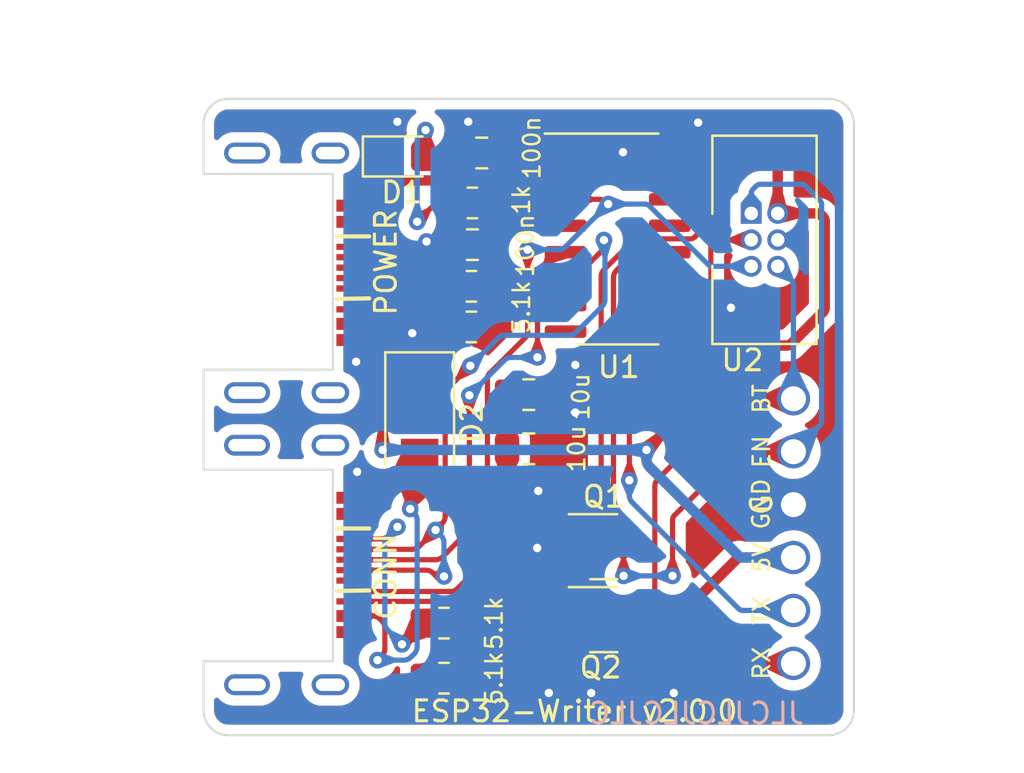
<source format=kicad_pcb>
(kicad_pcb (version 20220609) (generator pcbnew)
  (layers (0 "F.Cu" signal) (31 "B.Cu" signal) (34 "B.Paste" user) (35 "F.Paste" user) (36 "B.SilkS" user "B.Silkscreen") (37 "F.SilkS" user "F.Silkscreen") (38 "B.Mask" user) (39 "F.Mask" user) (44 "Edge.Cuts" user))
  (net 0 "")
  (net 1 "+5V")
  (net 2 "GND")
  (net 3 "+3V3")
  (net 4 "Net-(D1-Pad2)")
  (net 5 "Net-(D2-Pad2)")
  (net 8 "Net-(J1-Pad5)")
  (net 9 "Net-(J1-Pad6)")
  (net 10 "RXD")
  (net 11 "TXD")
  (net 12 "RESET")
  (net 13 "BOOT")
  (net 14 "DM")
  (net 15 "DP")
  (net 16 "Net-(J3-Pad5)")
  (net 17 "Net-(J3-Pad6)")
  (net 18 "RTS")
  (net 19 "DTR")
  (footprint "$74th:Capacitor_0805_2012" (layer "F.Cu") (at 82.6 76)
    (fp_text reference "C1" hide)
    (fp_text value "10u" (at 2.5032 0.1016 90) (layer "F.SilkS") (effects (font (size 0.8 0.8) (thickness 0.12))))
    (pad "1" smd roundrect (at -1.0375 0) (size 1.175 1.45) (layers "F.Cu" "F.Paste" "F.Mask") (roundrect_rratio 0.2127659574) (net 1 "+5V"))
    (pad "2" smd roundrect (at 1.0375 0) (size 1.175 1.45) (layers "F.Cu" "F.Paste" "F.Mask") (roundrect_rratio 0.2127659574) (net 2 "GND"))
  )
  (footprint "$74th:USB-C-12-Pin-MidMount-ali-v4" (layer "F.Cu") (at 74.1976 70.1548 -90)
    (fp_text reference "J1" hide)
    (fp_text value "USB2.0_C")
    (pad "" thru_hole oval (at -5.75 1.11 90) (size 1 1.8) (drill oval 0.6 1.4) (layers *.Cu *.Mask))
    (pad "" thru_hole oval (at -5.75 5.11 90) (size 1 2.2) (drill oval 0.6 1.8) (layers *.Cu *.Mask))
    (pad "" thru_hole oval (at 5.75 1.11 90) (size 1 1.8) (drill oval 0.6 1.4) (layers *.Cu *.Mask))
    (pad "" thru_hole oval (at 5.75 5.11 90) (size 1 2.2) (drill oval 0.6 1.8) (layers *.Cu *.Mask))
    (pad "1" smd rect (at -2.45 0 90) (size 0.575 1.65) (layers "F.Cu" "F.Paste" "F.Mask") (net 1 "+5V"))
    (pad "1" smd rect (at 2.45 0 90) (size 0.575 1.65) (layers "F.Cu" "F.Paste" "F.Mask") (net 1 "+5V"))
    (pad "2" smd rect (at -0.75 0 90) (size 0.3 1.65) (layers "F.Cu" "F.Paste" "F.Mask"))
    (pad "2" smd rect (at 0.25 0 90) (size 0.3 1.65) (layers "F.Cu" "F.Paste" "F.Mask"))
    (pad "3" smd rect (at -0.25 0 90) (size 0.3 1.65) (layers "F.Cu" "F.Paste" "F.Mask"))
    (pad "3" smd rect (at 0.75 0 90) (size 0.3 1.65) (layers "F.Cu" "F.Paste" "F.Mask"))
    (pad "4" smd rect (at -3.225 0 90) (size 0.575 1.65) (layers "F.Cu" "F.Paste" "F.Mask") (net 2 "GND"))
    (pad "4" smd rect (at 3.225 0 90) (size 0.575 1.65) (layers "F.Cu" "F.Paste" "F.Mask") (net 2 "GND"))
    (pad "5" smd rect (at -1.25 0 90) (size 0.3 1.65) (layers "F.Cu" "F.Paste" "F.Mask") (net 8 "Net-(J1-Pad5)"))
    (pad "6" smd rect (at 1.75 0 90) (size 0.3 1.65) (layers "F.Cu" "F.Paste" "F.Mask") (net 9 "Net-(J1-Pad6)"))
  )
  (footprint "$74th:Register_0805_2012" (layer "F.Cu") (at 78.6368 86.8696)
    (fp_text reference "R4" hide)
    (fp_text value "5.1k" (at 2.3 0.1 90) (layer "F.SilkS") (effects (font (size 0.8 0.8) (thickness 0.12))))
    (pad "1" smd roundrect (at -1.1 0.1) (size 1.2 1.4) (layers "F.Cu" "F.Paste" "F.Mask") (roundrect_rratio 0.2083333333) (net 16 "Net-(J3-Pad5)"))
    (pad "2" smd roundrect (at 0.9 0.1) (size 1.2 1.4) (layers "F.Cu" "F.Paste" "F.Mask") (roundrect_rratio 0.2083333333) (net 2 "GND"))
  )
  (footprint "$74th:Capacitor_0805_2012" (layer "F.Cu") (at 82.6 78.6)
    (fp_text reference "C4" hide)
    (fp_text value "10u" (at 2.3 0 90) (layer "F.SilkS") (effects (font (size 0.8 0.8) (thickness 0.12))))
    (pad "1" smd roundrect (at -1.0375 0) (size 1.175 1.45) (layers "F.Cu" "F.Paste" "F.Mask") (roundrect_rratio 0.2127659574) (net 1 "+5V"))
    (pad "2" smd roundrect (at 1.0375 0) (size 1.175 1.45) (layers "F.Cu" "F.Paste" "F.Mask") (roundrect_rratio 0.2127659574) (net 2 "GND"))
  )
  (footprint "$74th:Register_0805_2012" (layer "F.Cu") (at 79.95 70.7)
    (fp_text reference "R1" hide)
    (fp_text value "5.1k" hide)
    (pad "1" smd roundrect (at -1.1 0.1) (size 1.2 1.4) (layers "F.Cu" "F.Paste" "F.Mask") (roundrect_rratio 0.2083333333) (net 8 "Net-(J1-Pad5)"))
    (pad "2" smd roundrect (at 0.9 0.1) (size 1.2 1.4) (layers "F.Cu" "F.Paste" "F.Mask") (roundrect_rratio 0.2083333333) (net 2 "GND"))
  )
  (footprint "Package_TO_SOT_SMD:SOT-23" (layer "F.Cu") (at 86.2 86.8)
    (fp_text reference "Q2" (at -0.15 2.3) (layer "F.SilkS"))
    (fp_text value "2N7002")
    (pad "1" smd roundrect (at -0.9375 -0.95) (size 1.475 0.6) (layers "F.Cu" "F.Paste" "F.Mask") (net 18 "RTS"))
    (pad "2" smd roundrect (at -0.9375 0.95) (size 1.475 0.6) (layers "F.Cu" "F.Paste" "F.Mask") (net 19 "DTR"))
    (pad "3" smd roundrect (at 0.9375 0) (size 1.475 0.6) (layers "F.Cu" "F.Paste" "F.Mask") (net 13 "BOOT"))
  )
  (footprint "$74th:Capacitor_0805_2012" (layer "F.Cu") (at 79.9 68.8 180)
    (fp_text reference "C2" hide)
    (fp_text value "100n" (at -2.54 -0.0508 90) (layer "F.SilkS") (effects (font (size 0.8 0.8) (thickness 0.12))))
    (pad "1" smd roundrect (at -1.0375 0 180) (size 1.175 1.45) (layers "F.Cu" "F.Paste" "F.Mask") (roundrect_rratio 0.2127659574) (net 3 "+3V3"))
    (pad "2" smd roundrect (at 1.0375 0 180) (size 1.175 1.45) (layers "F.Cu" "F.Paste" "F.Mask") (roundrect_rratio 0.2127659574) (net 2 "GND"))
  )
  (footprint "$74th:LED_0805_2012Metric_Pad1.15x1.40mm_HandSolder" (layer "F.Cu") (at 76.5048 64.5668)
    (fp_text reference "D1" (at 0 1.7272) (layer "F.SilkS"))
    (fp_text value "LED")
    (pad "1" smd roundrect (at -1.025 0) (size 1.15 1.4) (layers "F.Cu" "F.Paste" "F.Mask") (roundrect_rratio 0.2173913043) (net 2 "GND"))
    (pad "2" smd roundrect (at 1.025 0) (size 1.15 1.4) (layers "F.Cu" "F.Paste" "F.Mask") (roundrect_rratio 0.2173913043) (net 4 "Net-(D1-Pad2)"))
  )
  (footprint "$74th:USB-C-12-Pin-MidMount-ali-v4" (layer "F.Cu") (at 74.1976 84.1756 -90)
    (fp_text reference "J3" hide)
    (fp_text value "USB2.0_C")
    (pad "" thru_hole oval (at -5.75 1.11 90) (size 1 1.8) (drill oval 0.6 1.4) (layers *.Cu *.Mask))
    (pad "" thru_hole oval (at -5.75 5.11 90) (size 1 2.2) (drill oval 0.6 1.8) (layers *.Cu *.Mask))
    (pad "" thru_hole oval (at 5.75 1.11 90) (size 1 1.8) (drill oval 0.6 1.4) (layers *.Cu *.Mask))
    (pad "" thru_hole oval (at 5.75 5.11 90) (size 1 2.2) (drill oval 0.6 1.8) (layers *.Cu *.Mask))
    (pad "1" smd rect (at -2.45 0 90) (size 0.575 1.65) (layers "F.Cu" "F.Paste" "F.Mask") (net 5 "Net-(D2-Pad2)"))
    (pad "1" smd rect (at 2.45 0 90) (size 0.575 1.65) (layers "F.Cu" "F.Paste" "F.Mask") (net 5 "Net-(D2-Pad2)"))
    (pad "2" smd rect (at -0.75 0 90) (size 0.3 1.65) (layers "F.Cu" "F.Paste" "F.Mask") (net 14 "DM"))
    (pad "2" smd rect (at 0.25 0 90) (size 0.3 1.65) (layers "F.Cu" "F.Paste" "F.Mask") (net 14 "DM"))
    (pad "3" smd rect (at -0.25 0 90) (size 0.3 1.65) (layers "F.Cu" "F.Paste" "F.Mask") (net 15 "DP"))
    (pad "3" smd rect (at 0.75 0 90) (size 0.3 1.65) (layers "F.Cu" "F.Paste" "F.Mask") (net 15 "DP"))
    (pad "4" smd rect (at -3.225 0 90) (size 0.575 1.65) (layers "F.Cu" "F.Paste" "F.Mask") (net 2 "GND"))
    (pad "4" smd rect (at 3.225 0 90) (size 0.575 1.65) (layers "F.Cu" "F.Paste" "F.Mask") (net 2 "GND"))
    (pad "5" smd rect (at -1.25 0 90) (size 0.3 1.65) (layers "F.Cu" "F.Paste" "F.Mask") (net 16 "Net-(J3-Pad5)"))
    (pad "6" smd rect (at 1.75 0 90) (size 0.3 1.65) (layers "F.Cu" "F.Paste" "F.Mask") (net 17 "Net-(J3-Pad6)"))
  )
  (footprint "$74th:D_SMA" (layer "F.Cu") (at 77.3684 77.3684 -90)
    (fp_text reference "D2" (at 0 -2.5 90) (layer "F.SilkS"))
    (fp_text value "D_Schottky")
    (pad "1" smd rect (at -2 0 270) (size 2.5 1.8) (layers "F.Cu" "F.Paste" "F.Mask") (net 1 "+5V"))
    (pad "2" smd rect (at 2 0 270) (size 2.5 1.8) (layers "F.Cu" "F.Paste" "F.Mask") (net 5 "Net-(D2-Pad2)"))
  )
  (footprint "$74th:BoxPinHeader_2x03_P1.27mm_Vertical" (layer "F.Cu") (at 93.91 68.57)
    (fp_text reference "U2" (at -1.06 5.78) (layer "F.SilkS"))
    (fp_text value "ESP-Prog-ProgramCOM-SEND")
    (pad "1" thru_hole rect (at -0.635 -1.27) (size 1 1) (drill 0.65) (layers *.Cu *.Mask) (net 12 "RESET"))
    (pad "2" thru_hole oval (at 0.635 -1.27) (size 1 1) (drill 0.65) (layers *.Cu *.Mask) (net 1 "+5V"))
    (pad "3" thru_hole oval (at -0.635 0) (size 1 1) (drill 0.65) (layers *.Cu *.Mask) (net 11 "TXD"))
    (pad "4" thru_hole oval (at 0.635 0) (size 1 1) (drill 0.65) (layers *.Cu *.Mask) (net 2 "GND"))
    (pad "5" thru_hole oval (at -0.635 1.27) (size 1 1) (drill 0.65) (layers *.Cu *.Mask) (net 10 "RXD"))
    (pad "6" thru_hole oval (at 0.635 1.27) (size 1 1) (drill 0.65) (layers *.Cu *.Mask) (net 13 "BOOT"))
  )
  (footprint "$74th:Register_0805_2012" (layer "F.Cu") (at 79.95 72.65)
    (fp_text reference "R2" hide)
    (fp_text value "5.1k" (at 2.3 -0.85 90) (layer "F.SilkS") (effects (font (size 0.8 0.8) (thickness 0.12))))
    (pad "1" smd roundrect (at -1.1 0.1) (size 1.2 1.4) (layers "F.Cu" "F.Paste" "F.Mask") (roundrect_rratio 0.2083333333) (net 9 "Net-(J1-Pad6)"))
    (pad "2" smd roundrect (at 0.9 0.1) (size 1.2 1.4) (layers "F.Cu" "F.Paste" "F.Mask") (roundrect_rratio 0.2083333333) (net 2 "GND"))
  )
  (footprint "Package_SO:SOP-16_3.9x9.9mm_P1.27mm" (layer "F.Cu") (at 86.868 68.5292)
    (fp_text reference "U1" (at 0.0508 6.1468) (layer "F.SilkS"))
    (fp_text value "CH340C")
    (pad "1" smd roundrect (at -2.5 -4.445) (size 2 0.6) (layers "F.Cu" "F.Paste" "F.Mask") (net 2 "GND"))
    (pad "2" smd roundrect (at -2.5 -3.175) (size 2 0.6) (layers "F.Cu" "F.Paste" "F.Mask") (net 11 "TXD"))
    (pad "3" smd roundrect (at -2.5 -1.905) (size 2 0.6) (layers "F.Cu" "F.Paste" "F.Mask") (net 10 "RXD"))
    (pad "4" smd roundrect (at -2.5 -0.635) (size 2 0.6) (layers "F.Cu" "F.Paste" "F.Mask") (net 3 "+3V3"))
    (pad "5" smd roundrect (at -2.5 0.635) (size 2 0.6) (layers "F.Cu" "F.Paste" "F.Mask") (net 15 "DP"))
    (pad "6" smd roundrect (at -2.5 1.905) (size 2 0.6) (layers "F.Cu" "F.Paste" "F.Mask") (net 14 "DM"))
    (pad "7" smd roundrect (at -2.5 3.175) (size 2 0.6) (layers "F.Cu" "F.Paste" "F.Mask"))
    (pad "8" smd roundrect (at -2.5 4.445) (size 2 0.6) (layers "F.Cu" "F.Paste" "F.Mask"))
    (pad "9" smd roundrect (at 2.5 4.445) (size 2 0.6) (layers "F.Cu" "F.Paste" "F.Mask"))
    (pad "10" smd roundrect (at 2.5 3.175) (size 2 0.6) (layers "F.Cu" "F.Paste" "F.Mask"))
    (pad "11" smd roundrect (at 2.5 1.905) (size 2 0.6) (layers "F.Cu" "F.Paste" "F.Mask"))
    (pad "12" smd roundrect (at 2.5 0.635) (size 2 0.6) (layers "F.Cu" "F.Paste" "F.Mask"))
    (pad "13" smd roundrect (at 2.5 -0.635) (size 2 0.6) (layers "F.Cu" "F.Paste" "F.Mask") (net 19 "DTR"))
    (pad "14" smd roundrect (at 2.5 -1.905) (size 2 0.6) (layers "F.Cu" "F.Paste" "F.Mask") (net 18 "RTS"))
    (pad "15" smd roundrect (at 2.5 -3.175) (size 2 0.6) (layers "F.Cu" "F.Paste" "F.Mask"))
    (pad "16" smd roundrect (at 2.5 -4.445) (size 2 0.6) (layers "F.Cu" "F.Paste" "F.Mask") (net 1 "+5V"))
  )
  (footprint "$74th:Register_0805_2012" (layer "F.Cu") (at 78.6368 89.5112)
    (fp_text reference "R5" hide)
    (fp_text value "5.1k" (at 2.3 0.1 90) (layer "F.SilkS") (effects (font (size 0.8 0.8) (thickness 0.12))))
    (pad "1" smd roundrect (at -1.1 0.1) (size 1.2 1.4) (layers "F.Cu" "F.Paste" "F.Mask") (roundrect_rratio 0.2083333333) (net 17 "Net-(J3-Pad6)"))
    (pad "2" smd roundrect (at 0.9 0.1) (size 1.2 1.4) (layers "F.Cu" "F.Paste" "F.Mask") (roundrect_rratio 0.2083333333) (net 2 "GND"))
  )
  (footprint "esp32-dev-board:UART" (layer "F.Cu") (at 94.03 90.17 90)
    (fp_text reference "J2")
    (fp_text value "UART-OUTPUT")
    (fp_text user "5V" (at 6.35 -0.254 90 unlocked) (layer "F.SilkS") (effects (font (size 0.8 0.8) (thickness 0.12))))
    (fp_text user "RX" (at 1.27 -0.254 90 unlocked) (layer "F.SilkS") (effects (font (size 0.8 0.8) (thickness 0.12))))
    (fp_text user "GND" (at 8.92 -0.28 90 unlocked) (layer "F.SilkS") (effects (font (size 0.8 0.8) (thickness 0.12))))
    (fp_text user "BT" (at 13.97 -0.254 90 unlocked) (layer "F.SilkS") (effects (font (size 0.8 0.8) (thickness 0.12))))
    (fp_text user "TX" (at 3.81 -0.254 90 unlocked) (layer "F.SilkS") (effects (font (size 0.8 0.8) (thickness 0.12))))
    (fp_text user "EN" (at 11.43 -0.254 90 unlocked) (layer "F.SilkS") (effects (font (size 0.8 0.8) (thickness 0.12))))
    (fp_text user "G" (at 8.89 -0.254 90 unlocked) (layer "F.SilkS"))
    (pad "1" thru_hole circle (at 1.27 1.27 180) (size 1.6 1.6) (drill 1.2) (layers *.Cu *.Mask) (net 10 "RXD"))
    (pad "2" thru_hole circle (at 3.81 1.27 180) (size 1.6 1.6) (drill 1.2) (layers *.Cu *.Mask) (net 11 "TXD"))
    (pad "3" thru_hole circle (at 6.35 1.27 180) (size 1.6 1.6) (drill 1.2) (layers *.Cu *.Mask) (net 1 "+5V"))
    (pad "4" thru_hole rect (at 8.89 1.27 180) (size 1.6 1.6) (drill 1.2) (layers *.Cu *.Mask) (net 2 "GND"))
    (pad "5" thru_hole circle (at 11.43 1.27 180) (size 1.6 1.6) (drill 1.2) (layers *.Cu *.Mask) (net 12 "RESET"))
    (pad "6" thru_hole circle (at 13.97 1.27 180) (size 1.6 1.6) (drill 1.2) (layers *.Cu *.Mask) (net 13 "BOOT"))
  )
  (footprint "Package_TO_SOT_SMD:SOT-23" (layer "F.Cu") (at 86.2 83.3)
    (fp_text reference "Q1" (at 0 -2.4) (layer "F.SilkS"))
    (fp_text value "2N7002")
    (pad "1" smd roundrect (at -0.9375 -0.95) (size 1.475 0.6) (layers "F.Cu" "F.Paste" "F.Mask") (net 19 "DTR"))
    (pad "2" smd roundrect (at -0.9375 0.95) (size 1.475 0.6) (layers "F.Cu" "F.Paste" "F.Mask") (net 18 "RTS"))
    (pad "3" smd roundrect (at 0.9375 0) (size 1.475 0.6) (layers "F.Cu" "F.Paste" "F.Mask") (net 12 "RESET"))
  )
  (footprint "$74th:Register_0805_2012" (layer "F.Cu") (at 79.8 66.9 180)
    (fp_text reference "R3" hide)
    (fp_text value "1k" (at -2.45 0.25 270) (layer "F.SilkS") (effects (font (size 0.8 0.8) (thickness 0.12))))
    (pad "1" smd roundrect (at -1.1 0.1 180) (size 1.2 1.4) (layers "F.Cu" "F.Paste" "F.Mask") (roundrect_rratio 0.2083333333) (net 1 "+5V"))
    (pad "2" smd roundrect (at 0.9 0.1 180) (size 1.2 1.4) (layers "F.Cu" "F.Paste" "F.Mask") (roundrect_rratio 0.2083333333) (net 4 "Net-(D1-Pad2)"))
  )
  (footprint "$74th:Capacitor_0805_2012" (layer "F.Cu") (at 80.35 64.4 180)
    (fp_text reference "C3" hide)
    (fp_text value "100n" (at -2.4 0.25 90) (layer "F.SilkS") (effects (font (size 0.8 0.8) (thickness 0.12))))
    (pad "1" smd roundrect (at -1.0375 0 180) (size 1.175 1.45) (layers "F.Cu" "F.Paste" "F.Mask") (roundrect_rratio 0.2127659574) (net 1 "+5V"))
    (pad "2" smd roundrect (at 1.0375 0 180) (size 1.175 1.45) (layers "F.Cu" "F.Paste" "F.Mask") (roundrect_rratio 0.2127659574) (net 2 "GND"))
  )
  (gr_line (start 67 63) (end 67 65.4) (stroke (width 0.1)) (layer "Edge.Cuts"))
  (gr_line (start 67 79.6) (end 73.2 79.6) (stroke (width 0.1)) (layer "Edge.Cuts"))
  (gr_line (start 67 74.8) (end 67 79.6) (stroke (width 0.1)) (layer "Edge.Cuts"))
  (gr_arc (start 67 63) (mid 67.351472 62.151472) (end 68.2 61.8) (stroke (width 0.1)) (layer "Edge.Cuts"))
  (gr_line (start 67 88.8) (end 67 91.151472) (stroke (width 0.1)) (layer "Edge.Cuts"))
  (gr_line (start 73.2 88.8) (end 67 88.8) (stroke (width 0.1)) (layer "Edge.Cuts"))
  (gr_line (start 73.2 65.4) (end 73.2 74.8) (stroke (width 0.1)) (layer "Edge.Cuts"))
  (gr_line (start 68.2 61.8) (end 97 61.8) (stroke (width 0.1)) (layer "Edge.Cuts"))
  (gr_arc (start 97 61.8) (mid 97.848528 62.151472) (end 98.2 63) (stroke (width 0.1)) (layer "Edge.Cuts"))
  (gr_line (start 98.2 63) (end 98.2 91.15) (stroke (width 0.1)) (layer "Edge.Cuts"))
  (gr_line (start 73.2 74.8) (end 67 74.8) (stroke (width 0.1)) (layer "Edge.Cuts"))
  (gr_arc (start 68.2 92.35) (mid 67.351553 91.999488) (end 67 91.151472) (stroke (width 0.1)) (layer "Edge.Cuts"))
  (gr_line (start 67 65.4) (end 73.2 65.4) (stroke (width 0.1)) (layer "Edge.Cuts"))
  (gr_line (start 68.2 92.35) (end 97 92.35) (stroke (width 0.1)) (layer "Edge.Cuts"))
  (gr_arc (start 98.2 91.15) (mid 97.848528 91.998528) (end 97 92.35) (stroke (width 0.1)) (layer "Edge.Cuts"))
  (gr_line (start 73.2 79.6) (end 73.2 88.8) (stroke (width 0.1)) (layer "Edge.Cuts"))
  (gr_text "JLCJLCJLCJLC\n" (at 90.65 91.3) (layer "B.SilkS") (effects (font (size 1 1)) (justify mirror)))
  (gr_text "ESP32-Writer v2.0.0" (at 84.8 91.2) (layer "F.SilkS") (effects (font (size 1 1))))
  (gr_text "CONN" (at 75.7428 84.7344 90) (layer "F.SilkS") (effects (font (size 1 1))))
  (gr_text "POWER" (at 75.7428 69.6468 90) (layer "F.SilkS") (effects (font (size 1 1))))
  (segment (start 84.284553 88.382253) (end 81.708946 85.806646) (width 0.5) (layer "F.Cu") (net 1))
  (segment (start 75.751247 72.751247) (end 75.853554 72.853554) (width 0.5) (layer "F.Cu") (net 1))
  (segment (start 87.734193 88.5287) (end 84.638107 88.5287) (width 0.5) (layer "F.Cu") (net 1))
  (segment (start 93.385917 73.643147) (end 94.982589 73.643147) (width 0.5) (layer "F.Cu") (net 1))
  (segment (start 75.2952 72.6048) (end 75.397693 72.6048) (width 0.5) (layer "F.Cu") (net 1))
  (segment (start 75.5916 76.002007) (end 75.5916 78.6546) (width 0.5) (layer "F.Cu") (net 1))
  (segment (start 76.1 66.950688) (end 76.1 66.324264) (width 0.5) (layer "F.Cu") (net 1))
  (segment (start 81.5625 76) (end 81.5625 78.6) (width 0.5) (layer "F.Cu") (net 1))
  (segment (start 83.241207 63.3047) (end 88.381393 63.3047) (width 0.5) (layer "F.Cu") (net 1))
  (segment (start 88.734947 63.451147) (end 89.368 64.0842) (width 0.5) (layer "F.Cu") (net 1))
  (segment (start 95.194721 73.555279) (end 96.712132 72.037868) (width 0.5) (layer "F.Cu") (net 1))
  (segment (start 79.762868 65.662868) (end 80.9 66.8) (width 0.5) (layer "F.Cu") (net 1))
  (segment (start 74.1976 72.6048) (end 75.2952 72.6048) (width 0.5) (layer "F.Cu") (net 1))
  (segment (start 96.712132 67.462132) (end 96.637868 67.387868) (width 0.5) (layer "F.Cu") (net 1))
  (segment (start 88.2502 78.6546) (end 93.173785 73.731015) (width 0.5) (layer "F.Cu") (net 1))
  (segment (start 92.75 83.82) (end 95.3 83.82) (width 0.5) (layer "F.Cu") (net 1))
  (segment (start 78.335051 65.575) (end 79.550736 65.575) (width 0.5) (layer "F.Cu") (net 1))
  (segment (start 75.2952 72.6048) (end 75.4729 72.6048) (width 0.5) (layer "F.Cu") (net 1))
  (segment (start 81.5625 85.453093) (end 81.5625 78.6) (width 0.5) (layer "F.Cu") (net 1))
  (segment (start 76.495332 65.804668) (end 76.187868 66.112132) (width 0.5) (layer "F.Cu") (net 1))
  (segment (start 76.146447 74.146447) (end 77.3684 75.3684) (width 0.5) (layer "F.Cu") (net 1))
  (segment (start 77.3684 75.3684) (end 76.225207 75.3684) (width 0.5) (layer "F.Cu") (net 1))
  (segment (start 94.545 67.3) (end 94.545 65.269264) (width 0.5) (layer "F.Cu") (net 1))
  (segment (start 81.712132 64.924632) (end 81.3875 64.6) (width 0.5) (layer "F.Cu") (net 1))
  (segment (start 75.871653 75.514847) (end 75.738046 75.648454) (width 0.5) (layer "F.Cu") (net 1))
  (segment (start 96.8 71.825736) (end 96.8 67.674264) (width 0.5) (layer "F.Cu") (net 1))
  (segment (start 81.8 65.775736) (end 81.8 65.136764) (width 0.5) (layer "F.Cu") (net 1))
  (segment (start 89.368 64.0842) (end 93.359936 64.0842) (width 0.5) (layer "F.Cu") (net 1))
  (segment (start 94.457132 65.057132) (end 93.572068 64.172068) (width 0.5) (layer "F.Cu") (net 1))
  (segment (start 92.7 83.77) (end 92.75 83.82) (width 0.5) (layer "F.Cu") (net 1))
  (segment (start 80.9 66.8) (end 81.712132 65.987868) (width 0.5) (layer "F.Cu") (net 1))
  (segment (start 74.1976 67.7048) (end 75.265793 67.7048) (width 0.5) (layer "F.Cu") (net 1))
  (segment (start 76 73.207107) (end 76 73.792893) (width 0.5) (layer "F.Cu") (net 1))
  (segment (start 75.571608 67.603344) (end 76.012132 67.16282) (width 0.5) (layer "F.Cu") (net 1))
  (segment (start 96.425736 67.3) (end 94.545 67.3) (width 0.5) (layer "F.Cu") (net 1))
  (segment (start 78.193251 65.7168) (end 76.707464 65.7168) (width 0.5) (layer "F.Cu") (net 1))
  (segment (start 81.7196 64.6192) (end 82.887654 63.451146) (width 0.5) (layer "F.Cu") (net 1))
  (segment (start 92.7 83.77) (end 88.087746 88.382254) (width 0.5) (layer "F.Cu") (net 1))
  (via (at 75.5916 78.6546) (size 0.8) (drill 0.4) (layers "F.Cu" "B.Cu") (net 1))
  (via (at 88.2502 78.6546) (size 0.8) (drill 0.4) (layers "F.Cu" "B.Cu") (net 1))
  (arc (start 79.762868 65.662868) (mid 79.665541 65.597836) (end 79.550736 65.575) (width 0.5) (layer "F.Cu") (net 1))
  (arc (start 75.871653 75.514847) (mid 76.033865 75.40646) (end 76.225207 75.3684) (width 0.5) (layer "F.Cu") (net 1))
  (arc (start 95.194721 73.555279) (mid 95.097394 73.620311) (end 94.982589 73.643147) (width 0.5) (layer "F.Cu") (net 1))
  (arc (start 96.712132 72.037868) (mid 96.777164 71.940541) (end 96.8 71.825736) (width 0.5) (layer "F.Cu") (net 1))
  (arc (start 76.187868 66.112132) (mid 76.122836 66.209459) (end 76.1 66.324264) (width 0.5) (layer "F.Cu") (net 1))
  (arc (start 76.707464 65.7168) (mid 76.592659 65.739636) (end 76.495332 65.804668) (width 0.5) (layer "F.Cu") (net 1))
  (arc (start 75.5916 76.002007) (mid 75.62966 75.810666) (end 75.738046 75.648454) (width 0.5) (layer "F.Cu") (net 1))
  (arc (start 75.265793 67.7048) (mid 75.426514 67.678267) (end 75.571608 67.603344) (width 0.5) (layer "F.Cu") (net 1))
  (arc (start 88.381393 63.3047) (mid 88.572735 63.34276) (end 88.734947 63.451147) (width 0.5) (layer "F.Cu") (net 1))
  (arc (start 83.241207 63.3047) (mid 83.049866 63.34276) (end 82.887654 63.451146) (width 0.5) (layer "F.Cu") (net 1))
  (arc (start 75.397693 72.6048) (mid 75.589035 72.64286) (end 75.751247 72.751247) (width 0.5) (layer "F.Cu") (net 1))
  (arc (start 93.173785 73.731015) (mid 93.271112 73.665983) (end 93.385917 73.643147) (width 0.5) (layer "F.Cu") (net 1))
  (arc (start 96.712132 67.462132) (mid 96.777164 67.559459) (end 96.8 67.674264) (width 0.5) (layer "F.Cu") (net 1))
  (arc (start 94.545 65.269264) (mid 94.522164 65.154459) (end 94.457132 65.057132) (width 0.5) (layer "F.Cu") (net 1))
  (arc (start 76.146447 74.146447) (mid 76.03806 73.984235) (end 76 73.792893) (width 0.5) (layer "F.Cu") (net 1))
  (arc (start 96.425736 67.3) (mid 96.540541 67.322836) (end 96.637868 67.387868) (width 0.5) (layer "F.Cu") (net 1))
  (arc (start 84.284553 88.382253) (mid 84.446765 88.49064) (end 84.638107 88.5287) (width 0.5) (layer "F.Cu") (net 1))
  (arc (start 88.087746 88.382254) (mid 87.925534 88.49064) (end 87.734193 88.5287) (width 0.5) (layer "F.Cu") (net 1))
  (arc (start 76.012132 67.16282) (mid 76.077164 67.065493) (end 76.1 66.950688) (width 0.5) (layer "F.Cu") (net 1))
  (arc (start 81.712132 65.987868) (mid 81.777164 65.890541) (end 81.8 65.775736) (width 0.5) (layer "F.Cu") (net 1))
  (arc (start 76 73.207107) (mid 75.96194 73.015766) (end 75.853554 72.853554) (width 0.5) (layer "F.Cu") (net 1))
  (arc (start 81.5625 85.453093) (mid 81.60056 85.644434) (end 81.708946 85.806646) (width 0.5) (layer "F.Cu") (net 1))
  (arc (start 81.8 65.136764) (mid 81.777164 65.021959) (end 81.712132 64.924632) (width 0.5) (layer "F.Cu") (net 1))
  (arc (start 93.359936 64.0842) (mid 93.474741 64.107036) (end 93.572068 64.172068) (width 0.5) (layer "F.Cu") (net 1))
  (segment (start 88.396646 79.466646) (end 92.662132 83.732132) (width 0.5) (layer "B.Cu") (net 1))
  (segment (start 88.2502 78.6546) (end 75.5916 78.6546) (width 0.5) (layer "B.Cu") (net 1))
  (segment (start 92.874264 83.82) (end 95.3 83.82) (width 0.5) (layer "B.Cu") (net 1))
  (segment (start 88.2502 78.6546) (end 88.2502 79.113093) (width 0.5) (layer "B.Cu") (net 1))
  (arc (start 92.874264 83.82) (mid 92.759459 83.797164) (end 92.662132 83.732132) (width 0.5) (layer "B.Cu") (net 1))
  (arc (start 88.2502 79.113093) (mid 88.28826 79.304434) (end 88.396646 79.466646) (width 0.5) (layer "B.Cu") (net 1))
  (segment (start 79.6672 64.5668) (end 79.7196 64.6192) (width 0.25) (layer "F.Cu") (net 2))
  (via (at 83.058 80.6196) (size 0.8) (drill 0.4) (layers "F.Cu" "B.Cu") (net 2))
  (via (at 77.0128 73.0504) (size 0.8) (drill 0.4) (layers "F.Cu" "B.Cu") (net 2))
  (via (at 77.7 68.65) (size 0.8) (drill 0.4) (layers "F.Cu" "B.Cu") (net 2))
  (via (at 89.5604 90.3224) (size 0.8) (drill 0.4) (layers "F.Cu" "B.Cu") (net 2))
  (via (at 90.7288 62.9412) (size 0.8) (drill 0.4) (layers "F.Cu" "B.Cu") (net 2))
  (via (at 87.122 64.3636) (size 0.8) (drill 0.4) (layers "F.Cu" "B.Cu") (net 2))
  (via (at 84.836 76.8604) (size 0.8) (drill 0.4) (layers "F.Cu" "B.Cu") (net 2))
  (via (at 92.3036 71.8312) (size 0.8) (drill 0.4) (layers "F.Cu" "B.Cu") (net 2))
  (via (at 76.3 62.9) (size 0.8) (drill 0.4) (layers "F.Cu" "B.Cu") (net 2))
  (via (at 74.3204 74.422) (size 0.8) (drill 0.4) (layers "F.Cu" "B.Cu") (net 2))
  (via (at 83.566 90.3224) (size 0.8) (drill 0.4) (layers "F.Cu" "B.Cu") (net 2))
  (via (at 74.3712 79.7052) (size 0.8) (drill 0.4) (layers "F.Cu" "B.Cu") (net 2))
  (via (at 84.836 74.5744) (size 0.8) (drill 0.4) (layers "F.Cu" "B.Cu") (net 2))
  (via (at 83.0072 83.3628) (size 0.8) (drill 0.4) (layers "F.Cu" "B.Cu") (net 2))
  (via (at 85.598 90.3224) (size 0.8) (drill 0.4) (layers "F.Cu" "B.Cu") (net 2))
  (via (at 79.7 62.9) (size 0.8) (drill 0.4) (layers "F.Cu" "B.Cu") (net 2))
  (segment (start 81.025368 68.504439) (end 81.547739 67.982068) (width 0.5) (layer "F.Cu") (net 3))
  (segment (start 81.759871 67.8942) (end 84.368 67.8942) (width 0.5) (layer "F.Cu") (net 3))
  (segment (start 80.9375 68.8) (end 80.9375 68.716571) (width 0.5) (layer "F.Cu") (net 3))
  (arc (start 81.025368 68.504439) (mid 80.960336 68.601766) (end 80.9375 68.716571) (width 0.5) (layer "F.Cu") (net 3))
  (arc (start 81.759871 67.8942) (mid 81.645066 67.917036) (end 81.547739 67.982068) (width 0.5) (layer "F.Cu") (net 3))
  (segment (start 77.562132 64.534468) (end 77.5298 64.5668) (width 0.25) (layer "F.Cu") (net 4))
  (segment (start 77.65 63.3) (end 77.65 64.322336) (width 0.25) (layer "F.Cu") (net 4))
  (segment (start 78.062132 66.887868) (end 77.25 67.7) (width 0.25) (layer "F.Cu") (net 4))
  (segment (start 78.9 66.8) (end 78.274264 66.8) (width 0.25) (layer "F.Cu") (net 4))
  (via (at 77.65 63.3) (size 0.8) (drill 0.4) (layers "F.Cu" "B.Cu") (net 4))
  (via (at 77.25 67.7) (size 0.8) (drill 0.4) (layers "F.Cu" "B.Cu") (net 4))
  (arc (start 77.562132 64.534468) (mid 77.627164 64.437141) (end 77.65 64.322336) (width 0.25) (layer "F.Cu") (net 4))
  (arc (start 78.062132 66.887868) (mid 78.159459 66.822836) (end 78.274264 66.8) (width 0.25) (layer "F.Cu") (net 4))
  (segment (start 77.337868 63.612132) (end 77.65 63.3) (width 0.25) (layer "B.Cu") (net 4))
  (segment (start 77.25 67.7) (end 77.25 63.824264) (width 0.25) (layer "B.Cu") (net 4))
  (arc (start 77.337868 63.612132) (mid 77.272836 63.709459) (end 77.25 63.824264) (width 0.25) (layer "B.Cu") (net 4))
  (segment (start 74.1976 81.7256) (end 75.167293 81.7256) (width 0.25) (layer "F.Cu") (net 5))
  (segment (start 75.520847 81.579153) (end 75.659304 81.440696) (width 0.25) (layer "F.Cu") (net 5))
  (segment (start 75.472047 86.772047) (end 75.553554 86.853554) (width 0.25) (layer "F.Cu") (net 5))
  (segment (start 75.553553 88.539547) (end 75.3479 88.7452) (width 0.25) (layer "F.Cu") (net 5))
  (segment (start 77.3684 79.3684) (end 76.783 79.3684) (width 0.25) (layer "F.Cu") (net 5))
  (segment (start 75.952197 80.199203) (end 76.783 79.3684) (width 0.25) (layer "F.Cu") (net 5))
  (segment (start 75.7 87.207107) (end 75.7 88.185993) (width 0.25) (layer "F.Cu") (net 5))
  (segment (start 76.783 79.3684) (end 76.827932 79.413332) (width 0.25) (layer "F.Cu") (net 5))
  (segment (start 74.1976 86.6256) (end 75.118493 86.6256) (width 0.25) (layer "F.Cu") (net 5))
  (segment (start 76.9158 79.625464) (end 76.9158 81.489) (width 0.25) (layer "F.Cu") (net 5))
  (segment (start 75.80575 81.087143) (end 75.80575 80.552757) (width 0.25) (layer "F.Cu") (net 5))
  (via (at 76.9158 81.489) (size 0.8) (drill 0.4) (layers "F.Cu" "B.Cu") (net 5))
  (via (at 75.3479 88.7452) (size 0.8) (drill 0.4) (layers "F.Cu" "B.Cu") (net 5))
  (arc (start 75.553553 88.539547) (mid 75.66194 88.377335) (end 75.7 88.185993) (width 0.25) (layer "F.Cu") (net 5))
  (arc (start 76.9158 79.625464) (mid 76.892964 79.510659) (end 76.827932 79.413332) (width 0.25) (layer "F.Cu") (net 5))
  (arc (start 75.472047 86.772047) (mid 75.309835 86.66366) (end 75.118493 86.6256) (width 0.25) (layer "F.Cu") (net 5))
  (arc (start 75.553554 86.853554) (mid 75.66194 87.015766) (end 75.7 87.207107) (width 0.25) (layer "F.Cu") (net 5))
  (arc (start 75.520847 81.579153) (mid 75.358635 81.68754) (end 75.167293 81.7256) (width 0.25) (layer "F.Cu") (net 5))
  (arc (start 75.80575 81.087143) (mid 75.76769 81.278484) (end 75.659304 81.440696) (width 0.25) (layer "F.Cu") (net 5))
  (arc (start 75.952197 80.199203) (mid 75.84381 80.361415) (end 75.80575 80.552757) (width 0.25) (layer "F.Cu") (net 5))
  (segment (start 76.9158 81.489) (end 77.099754 81.672954) (width 0.25) (layer "B.Cu") (net 5))
  (segment (start 77.2462 82.026507) (end 77.2462 88.097893) (width 0.25) (layer "B.Cu") (net 5))
  (segment (start 76.598893 88.7452) (end 75.3479 88.7452) (width 0.25) (layer "B.Cu") (net 5))
  (segment (start 77.099753 88.451447) (end 76.952446 88.598754) (width 0.25) (layer "B.Cu") (net 5))
  (arc (start 77.099753 88.451447) (mid 77.20814 88.289235) (end 77.2462 88.097893) (width 0.25) (layer "B.Cu") (net 5))
  (arc (start 76.952446 88.598754) (mid 76.790234 88.70714) (end 76.598893 88.7452) (width 0.25) (layer "B.Cu") (net 5))
  (arc (start 77.2462 82.026507) (mid 77.20814 81.835166) (end 77.099754 81.672954) (width 0.25) (layer "B.Cu") (net 5))
  (segment (start 78.85 70.8) (end 78.424264 70.8) (width 0.25) (layer "F.Cu") (net 8))
  (segment (start 74.1976 68.9048) (end 76.280536 68.9048) (width 0.25) (layer "F.Cu") (net 8))
  (segment (start 78.212132 70.712132) (end 76.492668 68.992668) (width 0.25) (layer "F.Cu") (net 8))
  (arc (start 78.424264 70.8) (mid 78.309459 70.777164) (end 78.212132 70.712132) (width 0.25) (layer "F.Cu") (net 8))
  (arc (start 76.280536 68.9048) (mid 76.395341 68.927636) (end 76.492668 68.992668) (width 0.25) (layer "F.Cu") (net 8))
  (segment (start 74.1976 71.9048) (end 77.630536 71.9048) (width 0.25) (layer "F.Cu") (net 9))
  (segment (start 78.85 72.75) (end 78.724264 72.75) (width 0.25) (layer "F.Cu") (net 9))
  (segment (start 78.512132 72.662132) (end 77.842668 71.992668) (width 0.25) (layer "F.Cu") (net 9))
  (arc (start 77.842668 71.992668) (mid 77.745341 71.927636) (end 77.630536 71.9048) (width 0.25) (layer "F.Cu") (net 9))
  (arc (start 78.512132 72.662132) (mid 78.609459 72.727164) (end 78.724264 72.75) (width 0.25) (layer "F.Cu") (net 9))
  (segment (start 90.582468 89.017532) (end 90.612132 88.987868) (width 0.25) (layer "F.Cu") (net 10))
  (segment (start 80.6189 75.205364) (end 80.6189 85.403093) (width 0.25) (layer "F.Cu") (net 10))
  (segment (start 86.328647 66.770647) (end 86.4108 66.8528) (width 0.25) (layer "F.Cu") (net 10))
  (segment (start 84.368 66.6242) (end 85.975093 66.6242) (width 0.25) (layer "F.Cu") (net 10))
  (segment (start 82.459832 73.240168) (end 80.706768 74.993232) (width 0.25) (layer "F.Cu") (net 10))
  (segment (start 84.321207 89.1054) (end 90.370336 89.1054) (width 0.25) (layer "F.Cu") (net 10))
  (segment (start 90.824264 88.9) (end 95.3 88.9) (width 0.25) (layer "F.Cu") (net 10))
  (segment (start 80.765347 85.756647) (end 83.967654 88.958954) (width 0.25) (layer "F.Cu") (net 10))
  (segment (start 82.5477 69.0395) (end 82.5477 73.028036) (width 0.25) (layer "F.Cu") (net 10))
  (via (at 82.5477 69.0395) (size 0.8) (drill 0.4) (layers "F.Cu" "B.Cu") (net 10))
  (via (at 86.4108 66.8528) (size 0.8) (drill 0.4) (layers "F.Cu" "B.Cu") (net 10))
  (arc (start 90.370336 89.1054) (mid 90.485141 89.082564) (end 90.582468 89.017532) (width 0.25) (layer "F.Cu") (net 10))
  (arc (start 80.6189 75.205364) (mid 80.641736 75.090559) (end 80.706768 74.993232) (width 0.25) (layer "F.Cu") (net 10))
  (arc (start 83.967654 88.958954) (mid 84.129866 89.06734) (end 84.321207 89.1054) (width 0.25) (layer "F.Cu") (net 10))
  (arc (start 86.328647 66.770647) (mid 86.166435 66.66226) (end 85.975093 66.6242) (width 0.25) (layer "F.Cu") (net 10))
  (arc (start 82.5477 73.028036) (mid 82.524864 73.142841) (end 82.459832 73.240168) (width 0.25) (layer "F.Cu") (net 10))
  (arc (start 80.6189 85.403093) (mid 80.65696 85.594435) (end 80.765347 85.756647) (width 0.25) (layer "F.Cu") (net 10))
  (arc (start 90.612132 88.987868) (mid 90.709459 88.922836) (end 90.824264 88.9) (width 0.25) (layer "F.Cu") (net 10))
  (segment (start 86.4108 66.8528) (end 88.178536 66.8528) (width 0.25) (layer "B.Cu") (net 10))
  (segment (start 86.4108 66.8528) (end 84.370546 68.893054) (width 0.25) (layer "B.Cu") (net 10))
  (segment (start 91.414264 69.84) (end 93.275 69.84) (width 0.25) (layer "B.Cu") (net 10))
  (segment (start 88.390668 66.940668) (end 91.202132 69.752132) (width 0.25) (layer "B.Cu") (net 10))
  (segment (start 84.016993 69.0395) (end 82.5477 69.0395) (width 0.25) (layer "B.Cu") (net 10))
  (arc (start 91.202132 69.752132) (mid 91.299459 69.817164) (end 91.414264 69.84) (width 0.25) (layer "B.Cu") (net 10))
  (arc (start 84.016993 69.0395) (mid 84.208334 69.00144) (end 84.370546 68.893054) (width 0.25) (layer "B.Cu") (net 10))
  (arc (start 88.178536 66.8528) (mid 88.293341 66.875636) (end 88.390668 66.940668) (width 0.25) (layer "B.Cu") (net 10))
  (segment (start 87.039847 65.500647) (end 87.392434 65.853234) (width 0.25) (layer "F.Cu") (net 11))
  (segment (start 90.976847 67.151647) (end 91.191954 67.366754) (width 0.25) (layer "F.Cu") (net 11))
  (segment (start 91.3384 67.720307) (end 91.3384 68.2884) (width 0.25) (layer "F.Cu") (net 11))
  (segment (start 87.745987 65.99968) (end 90.227373 65.99968) (width 0.25) (layer "F.Cu") (net 11))
  (segment (start 91.191953 73.298447) (end 87.573246 76.917154) (width 0.25) (layer "F.Cu") (net 11))
  (segment (start 91.3384 68.2884) (end 91.532132 68.482132) (width 0.25) (layer "F.Cu") (net 11))
  (segment (start 90.8304 66.602707) (end 90.8304 66.798093) (width 0.25) (layer "F.Cu") (net 11))
  (segment (start 90.580927 66.146127) (end 90.683954 66.249154) (width 0.25) (layer "F.Cu") (net 11))
  (segment (start 84.368 65.3542) (end 86.686293 65.3542) (width 0.25) (layer "F.Cu") (net 11))
  (segment (start 91.744264 68.57) (end 93.275 68.57) (width 0.25) (layer "F.Cu") (net 11))
  (segment (start 91.3384 68.2884) (end 91.3384 72.944893) (width 0.25) (layer "F.Cu") (net 11))
  (segment (start 87.4268 77.270707) (end 87.4268 80.1116) (width 0.25) (layer "F.Cu") (net 11))
  (via (at 87.4268 80.1116) (size 0.8) (drill 0.4) (layers "F.Cu" "B.Cu") (net 11))
  (arc (start 91.191954 67.366754) (mid 91.30034 67.528966) (end 91.3384 67.720307) (width 0.25) (layer "F.Cu") (net 11))
  (arc (start 90.683954 66.249154) (mid 90.79234 66.411366) (end 90.8304 66.602707) (width 0.25) (layer "F.Cu") (net 11))
  (arc (start 87.745987 65.99968) (mid 87.554646 65.96162) (end 87.392434 65.853234) (width 0.25) (layer "F.Cu") (net 11))
  (arc (start 91.744264 68.57) (mid 91.629459 68.547164) (end 91.532132 68.482132) (width 0.25) (layer "F.Cu") (net 11))
  (arc (start 90.976847 67.151647) (mid 90.86846 66.989435) (end 90.8304 66.798093) (width 0.25) (layer "F.Cu") (net 11))
  (arc (start 90.227373 65.99968) (mid 90.418715 66.03774) (end 90.580927 66.146127) (width 0.25) (layer "F.Cu") (net 11))
  (arc (start 91.191953 73.298447) (mid 91.30034 73.136235) (end 91.3384 72.944893) (width 0.25) (layer "F.Cu") (net 11))
  (arc (start 87.039847 65.500647) (mid 86.877635 65.39226) (end 86.686293 65.3542) (width 0.25) (layer "F.Cu") (net 11))
  (arc (start 87.573246 76.917154) (mid 87.46486 77.079366) (end 87.4268 77.270707) (width 0.25) (layer "F.Cu") (net 11))
  (segment (start 87.4268 80.1116) (end 87.4268 80.829693) (width 0.25) (layer "B.Cu") (net 11))
  (segment (start 92.874264 86.36) (end 95.3 86.36) (width 0.25) (layer "B.Cu") (net 11))
  (segment (start 87.573247 81.183247) (end 92.662132 86.272132) (width 0.25) (layer "B.Cu") (net 11))
  (arc (start 87.4268 80.829693) (mid 87.46486 81.021035) (end 87.573247 81.183247) (width 0.25) (layer "B.Cu") (net 11))
  (arc (start 92.662132 86.272132) (mid 92.759459 86.337164) (end 92.874264 86.36) (width 0.25) (layer "B.Cu") (net 11))
  (segment (start 87.15 83.3125) (end 87.1375 83.3) (width 0.25) (layer "F.Cu") (net 12))
  (segment (start 87.15 84.7) (end 87.15 83.3125) (width 0.25) (layer "F.Cu") (net 12))
  (segment (start 89.5 84.7) (end 89.5 82.014264) (width 0.25) (layer "F.Cu") (net 12))
  (segment (start 89.587868 81.802132) (end 92.562132 78.827868) (width 0.25) (layer "F.Cu") (net 12))
  (segment (start 95.3 78.74) (end 92.774264 78.74) (width 0.25) (layer "F.Cu") (net 12))
  (via (at 87.15 84.7) (size 0.8) (drill 0.4) (layers "F.Cu" "B.Cu") (net 12))
  (via (at 89.5 84.7) (size 0.8) (drill 0.4) (layers "F.Cu" "B.Cu") (net 12))
  (arc (start 92.774264 78.74) (mid 92.659459 78.762836) (end 92.562132 78.827868) (width 0.25) (layer "F.Cu") (net 12))
  (arc (start 89.587868 81.802132) (mid 89.522836 81.899459) (end 89.5 82.014264) (width 0.25) (layer "F.Cu") (net 12))
  (segment (start 95.675736 65.9) (end 93.724264 65.9) (width 0.25) (layer "B.Cu") (net 12))
  (segment (start 96.562132 66.662132) (end 95.887868 65.987868) (width 0.25) (layer "B.Cu") (net 12))
  (segment (start 96.65 77.265736) (end 96.65 66.874264) (width 0.25) (layer "B.Cu") (net 12))
  (segment (start 89.5 84.7) (end 87.15 84.7) (width 0.25) (layer "B.Cu") (net 12))
  (segment (start 93.512132 65.987868) (end 93.362868 66.137132) (width 0.25) (layer "B.Cu") (net 12))
  (segment (start 95.3 78.74) (end 96.562132 77.477868) (width 0.25) (layer "B.Cu") (net 12))
  (segment (start 93.275 66.349264) (end 93.275 67.3) (width 0.25) (layer "B.Cu") (net 12))
  (arc (start 96.65 66.874264) (mid 96.627164 66.759459) (end 96.562132 66.662132) (width 0.25) (layer "B.Cu") (net 12))
  (arc (start 95.675736 65.9) (mid 95.790541 65.922836) (end 95.887868 65.987868) (width 0.25) (layer "B.Cu") (net 12))
  (arc (start 93.724264 65.9) (mid 93.609459 65.922836) (end 93.512132 65.987868) (width 0.25) (layer "B.Cu") (net 12))
  (arc (start 93.275 66.349264) (mid 93.297836 66.234459) (end 93.362868 66.137132) (width 0.25) (layer "B.Cu") (net 12))
  (arc (start 96.562132 77.477868) (mid 96.627164 77.380541) (end 96.65 77.265736) (width 0.25) (layer "B.Cu") (net 12))
  (segment (start 88.65 80.407107) (end 88.65 85.242893) (width 0.25) (layer "F.Cu") (net 13))
  (segment (start 88.503553 85.596447) (end 87.387868 86.712132) (width 0.25) (layer "F.Cu") (net 13))
  (segment (start 92.562132 76.287868) (end 88.796446 80.053554) (width 0.25) (layer "F.Cu") (net 13))
  (segment (start 95.3 76.2) (end 92.774264 76.2) (width 0.25) (layer "F.Cu") (net 13))
  (segment (start 87.175736 86.8) (end 87.1375 86.8) (width 0.25) (layer "F.Cu") (net 13))
  (arc (start 88.796446 80.053554) (mid 88.68806 80.215766) (end 88.65 80.407107) (width 0.25) (layer "F.Cu") (net 13))
  (arc (start 92.562132 76.287868) (mid 92.659459 76.222836) (end 92.774264 76.2) (width 0.25) (layer "F.Cu") (net 13))
  (arc (start 87.387868 86.712132) (mid 87.290541 86.777164) (end 87.175736 86.8) (width 0.25) (layer "F.Cu") (net 13))
  (arc (start 88.65 85.242893) (mid 88.61194 85.434235) (end 88.503553 85.596447) (width 0.25) (layer "F.Cu") (net 13))
  (segment (start 95.3 76.2) (end 95.3 70.719264) (width 0.25) (layer "B.Cu") (net 13))
  (segment (start 95.212132 70.507132) (end 94.545 69.84) (width 0.25) (layer "B.Cu") (net 13))
  (arc (start 95.212132 70.507132) (mid 95.277164 70.604459) (end 95.3 70.719264) (width 0.25) (layer "B.Cu") (net 13))
  (segment (start 86.061153 69.142119) (end 84.915518 70.287754) (width 0.25) (layer "F.Cu") (net 14))
  (segment (start 78.173389 84.726589) (end 78.5368 84.726589) (width 0.25) (layer "F.Cu") (net 14))
  (segment (start 86.2076 68.58) (end 86.2076 68.788565) (width 0.25) (layer "F.Cu") (net 14))
  (segment (start 78.740247 75.671353) (end 79.7966 74.615) (width 0.25) (layer "F.Cu") (net 14))
  (segment (start 74.1976 83.4256) (end 76.996893 83.4256) (width 0.25) (layer "F.Cu") (net 14))
  (segment (start 78.5938 81.828693) (end 78.5938 76.024907) (width 0.25) (layer "F.Cu") (net 14))
  (segment (start 77.350447 83.279153) (end 78.1304 82.4992) (width 0.25) (layer "F.Cu") (net 14))
  (segment (start 78.1304 84.6836) (end 78.173389 84.726589) (width 0.25) (layer "F.Cu") (net 14))
  (segment (start 78.018847 84.572047) (end 78.1304 84.6836) (width 0.25) (layer "F.Cu") (net 14))
  (segment (start 84.561965 70.4342) (end 84.368 70.4342) (width 0.25) (layer "F.Cu") (net 14))
  (segment (start 78.1304 82.4992) (end 78.447354 82.182246) (width 0.25) (layer "F.Cu") (net 14))
  (segment (start 74.1976 84.4256) (end 77.665293 84.4256) (width 0.25) (layer "F.Cu") (net 14))
  (via (at 86.2076 68.58) (size 0.8) (drill 0.4) (layers "F.Cu" "B.Cu") (net 14))
  (via (at 78.1304 82.4992) (size 0.8) (drill 0.4) (layers "F.Cu" "B.Cu") (net 14))
  (via (at 78.5368 84.726589) (size 0.8) (drill 0.4) (layers "F.Cu" "B.Cu") (net 14))
  (via (at 79.7966 74.615) (size 0.8) (drill 0.4) (layers "F.Cu" "B.Cu") (net 14))
  (arc (start 84.915518 70.287754) (mid 84.753306 70.39614) (end 84.561965 70.4342) (width 0.25) (layer "F.Cu") (net 14))
  (arc (start 76.996893 83.4256) (mid 77.188235 83.38754) (end 77.350447 83.279153) (width 0.25) (layer "F.Cu") (net 14))
  (arc (start 78.740247 75.671353) (mid 78.63186 75.833565) (end 78.5938 76.024907) (width 0.25) (layer "F.Cu") (net 14))
  (arc (start 78.447354 82.182246) (mid 78.55574 82.020034) (end 78.5938 81.828693) (width 0.25) (layer "F.Cu") (net 14))
  (arc (start 86.2076 68.788565) (mid 86.16954 68.979907) (end 86.061153 69.142119) (width 0.25) (layer "F.Cu") (net 14))
  (arc (start 77.665293 84.4256) (mid 77.856635 84.46366) (end 78.018847 84.572047) (width 0.25) (layer "F.Cu") (net 14))
  (segment (start 78.390353 82.759153) (end 78.1304 82.4992) (width 0.25) (layer "B.Cu") (net 14))
  (segment (start 86.2584 71.420893) (end 86.2584 68.6308) (width 0.25) (layer "B.Cu") (net 14))
  (segment (start 78.5368 84.726589) (end 78.5368 83.112707) (width 0.25) (layer "B.Cu") (net 14))
  (segment (start 79.7966 74.615) (end 81.113154 73.298446) (width 0.25) (layer "B.Cu") (net 14))
  (segment (start 84.880847 73.005553) (end 86.111954 71.774446) (width 0.25) (layer "B.Cu") (net 14))
  (segment (start 81.466707 73.152) (end 84.527293 73.152) (width 0.25) (layer "B.Cu") (net 14))
  (segment (start 86.2584 68.6308) (end 86.2076 68.58) (width 0.25) (layer "B.Cu") (net 14))
  (arc (start 84.527293 73.152) (mid 84.718635 73.11394) (end 84.880847 73.005553) (width 0.25) (layer "B.Cu") (net 14))
  (arc (start 86.111954 71.774446) (mid 86.22034 71.612234) (end 86.2584 71.420893) (width 0.25) (layer "B.Cu") (net 14))
  (arc (start 81.466707 73.152) (mid 81.275366 73.19006) (end 81.113154 73.298446) (width 0.25) (layer "B.Cu") (net 14))
  (arc (start 78.5368 83.112707) (mid 78.49874 82.921365) (end 78.390353 82.759153) (width 0.25) (layer "B.Cu") (net 14))
  (segment (start 74.930196 85.451089) (end 78.832204 85.451089) (width 0.25) (layer "F.Cu") (net 15))
  (segment (start 74.1976 83.9256) (end 78.122493 83.9256) (width 0.25) (layer "F.Cu") (net 15))
  (segment (start 83.781553 69.310647) (end 83.166546 69.925654) (width 0.25) (layer "F.Cu") (net 15))
  (segment (start 84.368 69.1642) (end 84.135107 69.1642) (width 0.25) (layer "F.Cu") (net 15))
  (segment (start 83.0201 70.279207) (end 83.0201 74.2117) (width 0.25) (layer "F.Cu") (net 15))
  (segment (start 79.185758 85.304642) (end 79.606554 84.883846) (width 0.25) (layer "F.Cu") (net 15))
  (segment (start 78.476047 83.779153) (end 79.606554 82.648646) (width 0.25) (layer "F.Cu") (net 15))
  (segment (start 79.753 82.295093) (end 79.753 80.3145) (width 0.25) (layer "F.Cu") (net 15))
  (segment (start 79.753 84.530293) (end 79.753 80.3145) (width 0.25) (layer "F.Cu") (net 15))
  (segment (start 79.753 80.3145) (end 79.753 76.0325) (width 0.25) (layer "F.Cu") (net 15))
  (segment (start 74.1976 84.9256) (end 74.576643 85.304643) (width 0.25) (layer "F.Cu") (net 15))
  (via (at 79.753 76.0325) (size 0.8) (drill 0.4) (layers "F.Cu" "B.Cu") (net 15))
  (via (at 83.0201 74.2117) (size 0.8) (drill 0.4) (layers "F.Cu" "B.Cu") (net 15))
  (arc (start 79.753 82.295093) (mid 79.71494 82.486434) (end 79.606554 82.648646) (width 0.25) (layer "F.Cu") (net 15))
  (arc (start 74.576643 85.304643) (mid 74.738855 85.413029) (end 74.930196 85.451089) (width 0.25) (layer "F.Cu") (net 15))
  (arc (start 78.832204 85.451089) (mid 79.023546 85.413029) (end 79.185758 85.304642) (width 0.25) (layer "F.Cu") (net 15))
  (arc (start 79.753 84.530293) (mid 79.71494 84.721634) (end 79.606554 84.883846) (width 0.25) (layer "F.Cu") (net 15))
  (arc (start 83.0201 70.279207) (mid 83.05816 70.087866) (end 83.166546 69.925654) (width 0.25) (layer "F.Cu") (net 15))
  (arc (start 84.135107 69.1642) (mid 83.943765 69.20226) (end 83.781553 69.310647) (width 0.25) (layer "F.Cu") (net 15))
  (arc (start 78.122493 83.9256) (mid 78.313835 83.88754) (end 78.476047 83.779153) (width 0.25) (layer "F.Cu") (net 15))
  (segment (start 79.753 76.0325) (end 81.427354 74.358146) (width 0.25) (layer "B.Cu") (net 15))
  (segment (start 81.780907 74.2117) (end 83.0201 74.2117) (width 0.25) (layer "B.Cu") (net 15))
  (arc (start 81.427354 74.358146) (mid 81.589566 74.24976) (end 81.780907 74.2117) (width 0.25) (layer "B.Cu") (net 15))
  (segment (start 75.515693 82.9256) (end 74.1976 82.9256) (width 0.25) (layer "F.Cu") (net 16))
  (segment (start 77.5368 86.9696) (end 76.5208 87.9856) (width 0.25) (layer "F.Cu") (net 16))
  (segment (start 76.3016 82.3468) (end 75.869246 82.779154) (width 0.25) (layer "F.Cu") (net 16))
  (via (at 76.5208 87.9856) (size 0.8) (drill 0.4) (layers "F.Cu" "B.Cu") (net 16))
  (via (at 76.3016 82.3468) (size 0.8) (drill 0.4) (layers "F.Cu" "B.Cu") (net 16))
  (arc (start 75.515693 82.9256) (mid 75.707034 82.88754) (end 75.869246 82.779154) (width 0.25) (layer "F.Cu") (net 16))
  (segment (start 76.3016 82.3468) (end 75.843946 82.804454) (width 0.25) (layer "B.Cu") (net 16))
  (segment (start 75.6975 83.158007) (end 75.6975 86.955193) (width 0.25) (layer "B.Cu") (net 16))
  (segment (start 75.843947 87.308747) (end 76.5208 87.9856) (width 0.25) (layer "B.Cu") (net 16))
  (arc (start 75.6975 86.955193) (mid 75.73556 87.146535) (end 75.843947 87.308747) (width 0.25) (layer "B.Cu") (net 16))
  (arc (start 75.843946 82.804454) (mid 75.73556 82.966666) (end 75.6975 83.158007) (width 0.25) (layer "B.Cu") (net 16))
  (segment (start 78.317347 86.072047) (end 78.390354 86.145054) (width 0.25) (layer "F.Cu") (net 17))
  (segment (start 74.1976 85.9256) (end 77.963793 85.9256) (width 0.25) (layer "F.Cu") (net 17))
  (segment (start 78.390353 88.757647) (end 77.5368 89.6112) (width 0.25) (layer "F.Cu") (net 17))
  (segment (start 78.5368 86.498607) (end 78.5368 88.404093) (width 0.25) (layer "F.Cu") (net 17))
  (arc (start 77.963793 85.9256) (mid 78.155135 85.96366) (end 78.317347 86.072047) (width 0.25) (layer "F.Cu") (net 17))
  (arc (start 78.390354 86.145054) (mid 78.49874 86.307266) (end 78.5368 86.498607) (width 0.25) (layer "F.Cu") (net 17))
  (arc (start 78.390353 88.757647) (mid 78.49874 88.595435) (end 78.5368 88.404093) (width 0.25) (layer "F.Cu") (net 17))
  (segment (start 86.6659 82.146793) (end 86.6659 70.388907) (width 0.25) (layer "F.Cu") (net 18))
  (segment (start 89.579993 66.6242) (end 89.368 66.6242) (width 0.25) (layer "F.Cu") (net 18))
  (segment (start 88.531507 68.5233) (end 90.349336 68.5233) (width 0.25) (layer "F.Cu") (net 18))
  (segment (start 85.2625 85.85) (end 85.2625 83.964407) (width 0.25) (layer "F.Cu") (net 18))
  (segment (start 90.7533 68.036493) (end 90.7533 67.797507) (width 0.25) (layer "F.Cu") (net 18))
  (segment (start 86.519453 82.501619) (end 86.519453 82.500347) (width 0.25) (layer "F.Cu") (net 18))
  (segment (start 85.408946 83.610854) (end 85.410218 83.610854) (width 0.25) (layer "F.Cu") (net 18))
  (segment (start 90.606854 67.443954) (end 89.933547 66.770647) (width 0.25) (layer "F.Cu") (net 18))
  (segment (start 86.812346 70.035354) (end 88.177953 68.669747) (width 0.25) (layer "F.Cu") (net 18))
  (segment (start 85.410218 83.610854) (end 86.519453 82.501619) (width 0.25) (layer "F.Cu") (net 18))
  (segment (start 90.561468 68.435432) (end 90.606853 68.390047) (width 0.25) (layer "F.Cu") (net 18))
  (arc (start 90.7533 67.797507) (mid 90.71524 67.606166) (end 90.606854 67.443954) (width 0.25) (layer "F.Cu") (net 18))
  (arc (start 85.2625 83.964407) (mid 85.30056 83.773066) (end 85.408946 83.610854) (width 0.25) (layer "F.Cu") (net 18))
  (arc (start 86.6659 70.388907) (mid 86.70396 70.197566) (end 86.812346 70.035354) (width 0.25) (layer "F.Cu") (net 18))
  (arc (start 90.349336 68.5233) (mid 90.464141 68.500464) (end 90.561468 68.435432) (width 0.25) (layer "F.Cu") (net 18))
  (arc (start 89.933547 66.770647) (mid 89.771335 66.66226) (end 89.579993 66.6242) (width 0.25) (layer "F.Cu") (net 18))
  (arc (start 90.606853 68.390047) (mid 90.71524 68.227835) (end 90.7533 68.036493) (width 0.25) (layer "F.Cu") (net 18))
  (arc (start 86.519453 82.500347) (mid 86.62784 82.338135) (end 86.6659 82.146793) (width 0.25) (layer "F.Cu") (net 18))
  (arc (start 88.177953 68.669747) (mid 88.340165 68.56136) (end 88.531507 68.5233) (width 0.25) (layer "F.Cu") (net 18))
  (segment (start 84.294147 83.313153) (end 85.2625 82.3448) (width 0.25) (layer "F.Cu") (net 19))
  (segment (start 88.170153 68.040647) (end 86.220446 69.990354) (width 0.25) (layer "F.Cu") (net 19))
  (segment (start 84.1477 86.428093) (end 84.1477 83.666707) (width 0.25) (layer "F.Cu") (net 19))
  (segment (start 86.074 70.343907) (end 86.074 81.326193) (width 0.25) (layer "F.Cu") (net 19))
  (segment (start 85.2625 87.75) (end 84.294146 86.781646) (width 0.25) (layer "F.Cu") (net 19))
  (segment (start 89.368 67.8942) (end 88.523707 67.8942) (width 0.25) (layer "F.Cu") (net 19))
  (segment (start 85.927553 81.679747) (end 85.2625 82.3448) (width 0.25) (layer "F.Cu") (net 19))
  (arc (start 84.1477 86.428093) (mid 84.18576 86.619434) (end 84.294146 86.781646) (width 0.25) (layer "F.Cu") (net 19))
  (arc (start 88.170153 68.040647) (mid 88.332365 67.93226) (end 88.523707 67.8942) (width 0.25) (layer "F.Cu") (net 19))
  (arc (start 84.294147 83.313153) (mid 84.18576 83.475365) (end 84.1477 83.666707) (width 0.25) (layer "F.Cu") (net 19))
  (arc (start 86.220446 69.990354) (mid 86.11206 70.152566) (end 86.074 70.343907) (width 0.25) (layer "F.Cu") (net 19))
  (arc (start 86.074 81.326193) (mid 86.03594 81.517535) (end 85.927553 81.679747) (width 0.25) (layer "F.Cu") (net 19))
  (zone (net 2) (net_name "GND") (layers F&B.Cu) (connect_pads yes (clearance 0.508)) (min_thickness 0.254) (fill yes (thermal_gap 0.508) (thermal_bridge_width 0.508))
    (polygon (pts (xy 98.324 94.1832) (xy 66.294 93.7768) (xy 66.3448 61.214) (xy 98.324 61.1632)))
  )
)
</source>
